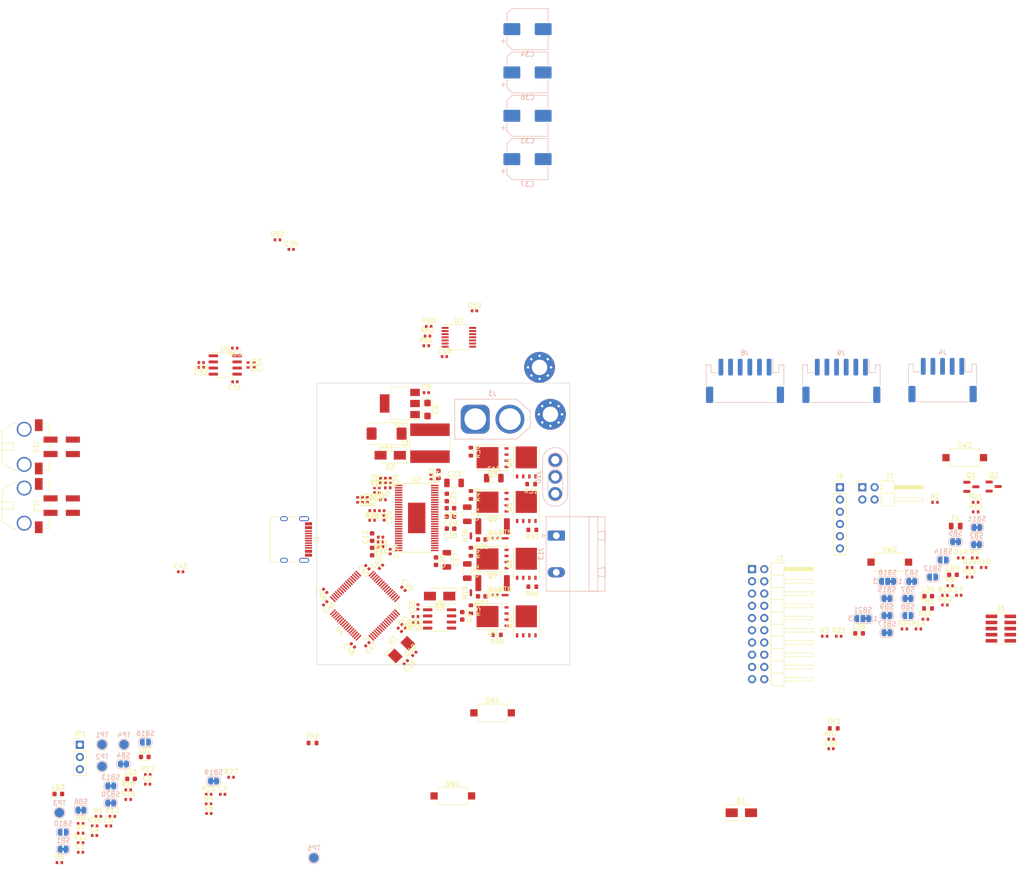
<source format=kicad_pcb>
(kicad_pcb (version 20211014) (generator pcbnew)
  (layers (0 "F.Cu" signal) (1 "In1.Cu" signal) (2 "In2.Cu" signal) (31 "B.Cu" signal) (34 "B.Paste" user) (35 "F.Paste" user) (36 "B.SilkS" user "B.Silkscreen") (37 "F.SilkS" user "F.Silkscreen") (38 "B.Mask" user) (39 "F.Mask" user) (44 "Edge.Cuts" user))
  (net 0 "")
  (net 1 "Net-(C1-Pad1)")
  (net 2 "GND")
  (net 3 "/POWER_TEMP")
  (net 4 "Net-(C3-Pad1)")
  (net 5 "Net-(C4-Pad1)")
  (net 6 "Net-(C5-Pad1)")
  (net 7 "/MCU/VBUS_S")
  (net 8 "Net-(C7-Pad1)")
  (net 9 "+5V")
  (net 10 "VCC")
  (net 11 "Net-(C10-Pad1)")
  (net 12 "Net-(C11-Pad1)")
  (net 13 "/MCU/M0_CUR_SENSE_1")
  (net 14 "Net-(C14-Pad2)")
  (net 15 "Vdrive")
  (net 16 "/MCU/M0_CUR_SENSE_2")
  (net 17 "Net-(C19-Pad1)")
  (net 18 "GATE_VDD")
  (net 19 "Net-(C18-Pad1)")
  (net 20 "Net-(C24-Pad1)")
  (net 21 "Net-(C25-Pad1)")
  (net 22 "Net-(C25-Pad2)")
  (net 23 "Net-(C24-Pad2)")
  (net 24 "/Motor Driver/SH_A")
  (net 25 "Net-(C26-Pad1)")
  (net 26 "/Motor Driver/SH_B")
  (net 27 "Net-(C28-Pad2)")
  (net 28 "/Motor Driver/SH_C")
  (net 29 "Net-(C29-Pad2)")
  (net 30 "Net-(C27-Pad1)")
  (net 31 "Net-(C30-Pad2)")
  (net 32 "/MCU/M0_TEMP")
  (net 33 "Net-(C39-Pad2)")
  (net 34 "Net-(C40-Pad2)")
  (net 35 "/MCU_~{RESET}")
  (net 36 "Net-(C46-Pad1)")
  (net 37 "Net-(C44-Pad1)")
  (net 38 "/CAN BUS/CAN_H")
  (net 39 "/CAN BUS/CAN_L")
  (net 40 "/Braking Circuit/TEMP_SENSE")
  (net 41 "Net-(D1-Pad1)")
  (net 42 "Net-(D1-Pad2)")
  (net 43 "VBUS")
  (net 44 "Net-(J1-PadA5)")
  (net 45 "Net-(J1-PadA6)")
  (net 46 "Net-(J1-PadA7)")
  (net 48 "Net-(J1-PadB5)")
  (net 50 "/PA0_CONN")
  (net 51 "/PA1_CONN")
  (net 52 "/PA2")
  (net 53 "/PA3")
  (net 54 "/PA7")
  (net 55 "/PA15_CONN")
  (net 56 "Net-(J4-Pad1)")
  (net 57 "/ENC_A")
  (net 58 "/ENC_B")
  (net 59 "/ENC_Z")
  (net 60 "/SWDIO")
  (net 61 "/SWCLK")
  (net 65 "Net-(J5-Pad9)")
  (net 67 "Net-(J8-Pad1)")
  (net 68 "/SPI_CLK")
  (net 69 "/SPI_MOSI")
  (net 70 "/SPI_MISO")
  (net 71 "/SPI_~{CS}_AS5047x")
  (net 72 "/AS5047x_A")
  (net 73 "/AS5047x_B")
  (net 74 "/AS5047x_I")
  (net 75 "/USER_Button1")
  (net 76 "/USER_Button2")
  (net 78 "Net-(LD1-Pad2)")
  (net 79 "Net-(LD2-Pad2)")
  (net 80 "Net-(LD3-Pad2)")
  (net 81 "Net-(LD4-Pad2)")
  (net 82 "Net-(LD5-Pad2)")
  (net 83 "Net-(LD6-Pad1)")
  (net 84 "Net-(LD6-Pad2)")
  (net 85 "Net-(Q1-Pad1)")
  (net 86 "Net-(Q1-Pad3)")
  (net 87 "Net-(Q2-Pad1)")
  (net 88 "Net-(Q2-Pad3)")
  (net 89 "Net-(Q3-Pad4)")
  (net 90 "Net-(Q4-Pad4)")
  (net 91 "Net-(Q5-Pad4)")
  (net 92 "/Motor Driver/SL_B")
  (net 93 "Net-(Q6-Pad4)")
  (net 94 "Net-(Q7-Pad4)")
  (net 95 "/Motor Driver/SL_C")
  (net 96 "Net-(Q8-Pad4)")
  (net 97 "Net-(Q9-Pad4)")
  (net 98 "Net-(Q10-Pad4)")
  (net 99 "Net-(R1-Pad1)")
  (net 100 "Net-(R2-Pad1)")
  (net 101 "/MCU_BOOT0")
  (net 102 "Net-(R5-Pad1)")
  (net 103 "Net-(R6-Pad1)")
  (net 104 "Net-(R7-Pad2)")
  (net 105 "Net-(R8-Pad2)")
  (net 106 "Net-(R13-Pad1)")
  (net 107 "/PA0")
  (net 108 "/USB_D-")
  (net 109 "/USB_D+")
  (net 110 "/PA1")
  (net 111 "/PA15")
  (net 112 "/PB2_CONN")
  (net 113 "/PB2")
  (net 114 "/PB3_CONN")
  (net 115 "/PB3")
  (net 116 "/Motor Driver/GH_A")
  (net 117 "/Motor Driver/GL_A")
  (net 118 "Net-(R33-Pad1)")
  (net 119 "/~{FAULT}")
  (net 120 "/EN_GATE")
  (net 121 "/~{OCTW}")
  (net 122 "Net-(C57-Pad1)")
  (net 123 "Net-(R38-Pad2)")
  (net 124 "Net-(R39-Pad2)")
  (net 125 "Net-(R40-Pad2)")
  (net 126 "/Motor Driver/PWRGD")
  (net 127 "/Motor Driver/GH_B")
  (net 128 "/Motor Driver/GL_B")
  (net 129 "/Motor Driver/GH_C")
  (net 130 "/Motor Driver/GL_C")
  (net 131 "/Motor Driver/V_SENSE")
  (net 132 "Net-(R53-Pad1)")
  (net 133 "/Braking Circuit/HI")
  (net 134 "/Braking Circuit/LI")
  (net 135 "Net-(R58-Pad2)")
  (net 136 "Net-(R59-Pad2)")
  (net 137 "/USER_LED2")
  (net 138 "/USER_LED1")
  (net 139 "/SPI_~{CS}_DRV8301")
  (net 140 "/MCU/M0_AH")
  (net 141 "/MCU/M0_AL")
  (net 142 "/MCU/M0_BH")
  (net 143 "/MCU/M0_BL")
  (net 144 "/MCU/M0_CH")
  (net 145 "/MCU/M0_CL")
  (net 147 "/PC4")
  (net 148 "/PB0")
  (net 149 "/PB1")
  (net 150 "/PC8")
  (net 151 "/CNA_RX")
  (net 152 "/CNA_TX")
  (net 153 "/Rotary Position Sensor/W{slash}PWM")
  (net 154 "/Rotary Position Sensor/V")
  (net 155 "/Rotary Position Sensor/U")
  (net 156 "Net-(C57-Pad2)")
  (net 157 "Net-(R34-Pad1)")
  (net 158 "/Motor Driver/SP1")
  (net 159 "/Motor Driver/SP2")
  (net 160 "/Motor Driver/SN1")
  (net 161 "/Motor Driver/SN2")
  (footprint "Capacitor_SMD:C_0402_1005Metric" (layer "F.Cu") (at 60.75 79.5 180)
    (fp_text reference "C18")
    (fp_text value "1uF")
  )
  (footprint "Resistor_SMD:R_0402_1005Metric" (layer "F.Cu") (at 62.24 69.26)
    (fp_text reference "R32")
    (fp_text value "47k")
  )
  (footprint "Capacitor_SMD:C_0402_1005Metric" (layer "F.Cu") (at 19.25 86.71)
    (fp_text reference "C42")
    (fp_text value "100nF")
  )
  (footprint "Package_TO_SOT_SMD:TDSON-8-1" (layer "F.Cu") (at 91 97 90)
    (fp_text reference "Q10")
    (fp_text value "CSD18540Q5B")
  )
  (footprint "Button_Switch_SMD:SW_SPST_CK_RS282G05A3" (layer "F.Cu") (at 84 116)
    (fp_text reference "SW4")
    (fp_text value "SW_Push")
  )
  (footprint "Connector_PinHeader_2.54mm:PinHeader_2x02_P2.54mm_Horizontal" (layer "F.Cu") (at 160.75 69.15)
    (fp_text reference "J7")
    (fp_text value "Conn_02x02_Odd_Even")
  )
  (footprint "Resistor_SMD:R_0603_1608Metric" (layer "F.Cu") (at 92 68.5 180)
    (fp_text reference "R31")
    (fp_text value "2.2R")
  )
  (footprint "Resistor_SMD:R_0402_1005Metric" (layer "F.Cu") (at 60.75 81.5 180)
    (fp_text reference "R34")
    (fp_text value "22R")
  )
  (footprint "Capacitor_SMD:C_0603_1608Metric" (layer "F.Cu") (at 72.25 84.5 -90)
    (fp_text reference "C20")
    (fp_text value "100nF/50V")
  )
  (footprint "Capacitor_SMD:C_0402_1005Metric" (layer "F.Cu") (at 61.5 75.5 -90)
    (fp_text reference "C24")
    (fp_text value "22nF")
  )
  (footprint "Capacitor_SMD:C_0402_1005Metric" (layer "F.Cu") (at 61 74.02 180)
    (fp_text reference "C16")
    (fp_text value "2.2uF")
  )
  (footprint "Resistor_SMD:R_0402_1005Metric" (layer "F.Cu") (at 184.27 74.26)
    (fp_text reference "R15")
    (fp_text value "330R")
  )
  (footprint "Resistor_SMD:R_0402_1005Metric" (layer "F.Cu") (at 60.75 80.5 180)
    (fp_text reference "R33")
    (fp_text value "22R")
  )
  (footprint "Capacitor_SMD:C_0402_1005Metric" (layer "F.Cu") (at 154.25 123.45)
    (fp_text reference "C56")
    (fp_text value "2.2uF")
  )
  (footprint "Crystal:Crystal_SMD_5032-2Pin_5.0x3.2mm" (layer "F.Cu") (at 65.09835 102.866116 45)
    (fp_text reference "U3")
    (fp_text value "8MHz")
  )
  (footprint "Package_SO:TSSOP-14_4.4x5mm_P0.65mm" (layer "F.Cu") (at 77 38)
    (fp_text reference "U7")
    (fp_text value "AS5047x")
  )
  (footprint "Resistor_SMD:R_2512_6332Metric" (layer "F.Cu") (at 84 77.25 180)
    (fp_text reference "R44")
    (fp_text value "0.5mΩ")
  )
  (footprint "Resistor_SMD:R_0603_1608Metric" (layer "F.Cu") (at 79.5 82.55 -90)
    (fp_text reference "R45")
    (fp_text value "2.2R")
  )
  (footprint "Capacitor_SMD:C_0402_1005Metric" (layer "F.Cu") (at 80.23 32.5)
    (fp_text reference "C59")
    (fp_text value "100nF")
  )
  (footprint "Resistor_SMD:R_0402_1005Metric" (layer "F.Cu") (at 172.39 98.57)
    (fp_text reference "R14")
    (fp_text value "3.3k")
  )
  (footprint "Package_TO_SOT_SMD:SOT-23" (layer "F.Cu") (at 188 69)
    (fp_text reference "Q2")
    (fp_text value "AO3413")
  )
  (footprint "Capacitor_SMD:C_0402_1005Metric" (layer "F.Cu") (at 67.75 103.75 45)
    (fp_text reference "C40")
    (fp_text value "20pF")
  )
  (footprint "Button_Switch_SMD:SW_SPST_CK_RS282G05A3" (layer "F.Cu") (at 182 63)
    (fp_text reference "SW3")
    (fp_text value "SW_Push")
  )
  (footprint "MountingHole:MountingHole_3.2mm_M3_Pad_Via" (layer "F.Cu") (at 96 54)
    (fp_text reference "H1" hide)
    (fp_text value "MountingHole_Pad" hide)
  )
  (footprint "Connector_PinHeader_2.54mm:PinHeader_1x06_P2.54mm_Vertical" (layer "F.Cu") (at 156.1 69.15)
    (fp_text reference "J6")
    (fp_text value "ST-LINK")
  )
  (footprint "Resistor_SMD:R_0402_1005Metric" (layer "F.Cu") (at 84.5 79.75)
    (fp_text reference "R47")
    (fp_text value "120R")
  )
  (footprint "Resistor_SMD:R_0402_1005Metric" (layer "F.Cu") (at 154.27 121.47)
    (fp_text reference "R57")
    (fp_text value "10k")
  )
  (footprint "Resistor_SMD:R_0603_1608Metric" (layer "F.Cu") (at 174.38 94.32)
    (fp_text reference "TH1")
    (fp_text value "NCP18XH103F03RB")
  )
  (footprint "Resistor_SMD:R_0603_1608Metric" (layer "F.Cu") (at 92.25 89.8 180)
    (fp_text reference "R46")
    (fp_text value "2.2R")
  )
  (footprint "Package_SO:SOIC-8_3.9x4.9mm_P1.27mm" (layer "F.Cu") (at 28.5 43.75)
    (fp_text reference "U5")
    (fp_text value "TJA1051T-3")
  )
  (footprint "Resistor_SMD:R_0402_1005Metric" (layer "F.Cu") (at 62.75 67.75 -90)
    (fp_text reference "R39")
    (fp_text value "220k 1%")
  )
  (footprint "Capacitor_SMD:C_0402_1005Metric" (layer "F.Cu") (at -1.53 144.96)
    (fp_text reference "C1")
    (fp_text value "82pF")
  )
  (footprint "Capacitor_SMD:C_0402_1005Metric" (layer "F.Cu") (at 62.75 82.5 -90)
    (fp_text reference "C19")
    (fp_text value "1uF")
  )
  (footprint "Resistor_SMD:R_0603_1608Metric" (layer "F.Cu") (at 79.5 61.75 -90)
    (fp_text reference "R30")
    (fp_text value "2.2R")
  )
  (footprint "Resistor_SMD:R_0603_1608Metric" (layer "F.Cu") (at 79.5 94.5 -90)
    (fp_text reference "R58")
    (fp_text value "2.2R")
  )
  (footprint "Capacitor_SMD:C_0402_1005Metric" (layer "F.Cu") (at 64.75 98.75 -45)
    (fp_text reference "C49")
    (fp_text value "100nF")
  )
  (footprint "Capacitor_SMD:C_0603_1608Metric" (layer "F.Cu") (at 74.5 71.27 -90)
    (fp_text reference "C25")
    (fp_text value "100nF/50V")
  )
  (footprint "LED_SMD:LED_0603_1608Metric" (layer "F.Cu") (at 179.56 87.32)
    (fp_text reference "LD4")
    (fp_text value "LED")
  )
  (footprint "LED_SMD:LED_0603_1608Metric" (layer "F.Cu") (at 160.07 99.49)
    (fp_text reference "LD6")
    (fp_text value "LED")
  )
  (footprint "Package_TO_SOT_SMD:TDSON-8-1" (layer "F.Cu") (at 84 72.25 180)
    (fp_text reference "Q5")
    (fp_text value "CSD18540Q5B")
  )
  (footprint "Capacitor_SMD:C_0603_1608Metric" (layer "F.Cu") (at 81.75 91.8 180)
    (fp_text reference "C27")
    (fp_text value "2.2nF")
  )
  (footprint "Capacitor_SMD:C_0402_1005Metric" (layer "F.Cu") (at 42.195 19.745)
    (fp_text reference "C35")
    (fp_text value "2.2uF")
  )
  (footprint "Resistor_SMD:R_0402_1005Metric" (layer "F.Cu") (at 12.42 128.83)
    (fp_text reference "R22")
    (fp_text value "3.3k")
  )
  (footprint "Package_SO:HTSSOP-56-1EP_6.1x14mm_P0.5mm_EP3.61x6.35mm" (layer "F.Cu") (at 68.25 75.52)
    (fp_text reference "U2")
    (fp_text value "DRV8301")
  )
  (footprint "Resistor_SMD:R_0402_1005Metric" (layer "F.Cu") (at 185.93 85.81)
    (fp_text reference "R10")
    (fp_text value "10k")
  )
  (footprint "Diode_SMD:D_SMA" (layer "F.Cu") (at 62.75 62.5 180)
    (fp_text reference "D2")
    (fp_text value "SS34")
  )
  (footprint "Resistor_SMD:R_0402_1005Metric" (layer "F.Cu") (at 173.83 96.57)
    (fp_text reference "R11")
    (fp_text value "5.1k")
  )
  (footprint "Resistor_SMD:R_0402_1005Metric" (layer "F.Cu") (at 59.99 70.26 180)
    (fp_text reference "R50")
    (fp_text value "18k")
  )
  (footprint "Capacitor_SMD:C_0402_1005Metric" (layer "F.Cu") (at 23.52 43.25 180)
    (fp_text reference "C53")
    (fp_text value "100nF")
  )
  (footprint "Capacitor_SMD:C_1206_3216Metric" (layer "F.Cu") (at 74.5 84.225 -90)
    (fp_text reference "C17")
    (fp_text value "4.7uF/50V")
  )
  (footprint "Package_QFP:LQFP-64_10x10mm_P0.5mm" (layer "F.Cu") (at 57.5 93.75 135)
    (fp_text reference "U4")
    (fp_text value "STM32F405RGTx")
  )
  (footprint "LED_SMD:LED_0603_1608Metric" (layer "F.Cu") (at 8.96 129.7)
    (fp_text reference "LD1")
    (fp_text value "LED")
  )
  (footprint "moco:Molex 43045-0406 Micro-Fit 3.0 2x02P" (layer "F.Cu") (at -13.22 72.96 -90)
    (fp_text reference "J12")
    (fp_text value "Conn_02x02_Top_Bottom")
  )
  (footprint "Capacitor_SMD:C_0402_1005Metric" (layer "F.Cu") (at 180.77 91.59)
    (fp_text reference "C7")
    (fp_text value "82pF")
  )
  (footprint "Resistor_SMD:R_0402_1005Metric" (layer "F.Cu") (at 58 71.76 -90)
    (fp_text reference "R35")
    (fp_text value "10k")
  )
  (footprint "Package_TO_SOT_SMD:TDSON-8-1" (layer "F.Cu") (at 91 64 90)
    (fp_text reference "Q4")
    (fp_text value "CSD18540Q5B")
  )
  (footprint "Package_TO_SOT_SMD:SOT-23" (layer "F.Cu") (at 183.37 69.05)
    (fp_text reference "Q1")
    (fp_text value "AO3413")
  )
  (footprint "Package_TO_SOT_SMD:TDSON-8-1" (layer "F.Cu") (at 84 63 180)
    (fp_text reference "Q3")
    (fp_text value "CSD18540Q5B")
  )
  (footprint "Resistor_SMD:R_0402_1005Metric" (layer "F.Cu") (at 178.97 89.61)
    (fp_text reference "R9")
    (fp_text value "10k")
  )
  (footprint "Resistor_SMD:R_0402_1005Metric" (layer "F.Cu") (at 175.83 72.27)
    (fp_text reference "R2")
    (fp_text value "10k")
  )
  (footprint "Resistor_SMD:R_0603_1608Metric" (layer "F.Cu") (at 154.82 119.22)
    (fp_text reference "TH3")
    (fp_text value "NCP18XH103F03RB")
  )
  (footprint "Resistor_SMD:R_0402_1005Metric" (layer "F.Cu") (at 8.37 131.99)
    (fp_text reference "R28")
    (fp_text value "3.3k")
  )
  (footprint "NetTie:NetTie-2_SMD_Pad0.5mm" (layer "F.Cu") (at 79.5 79.25 90)
    (fp_text reference "NT6")
    (fp_text value "NetTie_2")
  )
  (footprint "Capacitor_Tantalum_SMD:CP_EIA-7343-31_Kemet-D" (layer "F.Cu") (at 62 58 180)
    (fp_text reference "C31")
    (fp_text value "68uF")
  )
  (footprint "LED_SMD:LED_0603_1608Metric" (layer "F.Cu") (at 11.81 125.15)
    (fp_text reference "LD2")
    (fp_text value "LED")
  )
  (footprint "Resistor_SMD:R_0603_1608Metric" (layer "F.Cu") (at 92.25 78 180)
    (fp_text reference "R43")
    (fp_text value "2.2R")
  )
  (footprint "Capacitor_SMD:C_0402_1005Metric" (layer "F.Cu") (at 27.96 132.92)
    (fp_text reference "C3")
    (fp_text value "82pF")
  )
  (footprint "Resistor_SMD:R_0402_1005Metric" (layer "F.Cu") (at -5.92 147.1)
    (fp_text reference "R6")
    (fp_text value "1k")
  )
  (footprint "Capacitor_SMD:C_0402_1005Metric" (layer "F.Cu") (at 68.5 94 90)
    (fp_text reference "C55")
    (fp_text value "2.2uF")
  )
  (footprint "Capacitor_SMD:C_0402_1005Metric" (layer "F.Cu") (at 60.839411 85.660589 45)
    (fp_text reference "C44")
    (fp_text value "2.2uF/25V")
  )
  (footprint "Capacitor_SMD:C_0402_1005Metric" (layer "F.Cu") (at 55 102 135)
    (fp_text reference "C48")
    (fp_text value "100nF")
  )
  (footprint "Capacitor_SMD:C_0603_1608Metric" (layer "F.Cu") (at 75.25 73.5 180)
    (fp_text reference "C28")
    (fp_text value "100nF/50V")
  )
  (footprint "Package_TO_SOT_SMD:TDSON-8-1" (layer "F.Cu") (at 84 84.05 180)
    (fp_text reference "Q7")
    (fp_text value "CSD18540Q5B")
  )
  (footprint "Fuse:Fuse_0805_2012Metric" (layer "F.Cu") (at 180.13 77.2)
    (fp_text reference "F1")
    (fp_text value "500mA/6V")
  )
  (footprint "Capacitor_SMD:C_0402_1005Metric" (layer "F.Cu") (at 49.25 90.660589 135)
    (fp_text reference "C46")
    (fp_text value "2.2uF/25V")
  )
  (footprint "Resistor_SMD:R_0402_1005Metric" (layer "F.Cu") (at 70.74 35.75)
    (fp_text reference "R60")
    (fp_text value "10k")
  )
  (footprint "Resistor_SMD:R_0603_1608Metric" (layer "F.Cu") (at 46.63 122.26)
    (fp_text reference "TH2")
    (fp_text value "NCP18XH103F03RB")
  )
  (footprint "Capacitor_SMD:C_0402_1005Metric" (layer "F.Cu") (at 65.5 98 -45)
    (fp_text reference "C50")
    (fp_text value "1uF/25V")
  )
  (footprint "NetTie:NetTie-2_SMD_Pad0.5mm" (layer "F.Cu") (at 86.6 79.75)
    (fp_text reference "NT5")
    (fp_text value "NetTie_2")
  )
  (footprint "Resistor_SMD:R_0402_1005Metric" (layer "F.Cu") (at 184.27 72.27)
    (fp_text reference "R21")
    (fp_text value "3.3k")
  )
  (footprint "Capacitor_SMD:C_0603_1608Metric" (layer "F.Cu") (at 75.25 75.25 180)
    (fp_text reference "C29")
    (fp_text value "100nF/50V")
  )
  (footprint "Connector_PinHeader_2.54mm:PinHeader_2x10_P2.54mm_Horizontal" (layer "F.Cu") (at 137.85 86.15)
    (fp_text reference "J2")
    (fp_text value "Conn_02x10_Odd_Even")
  )
  (footprint "moco:Molex 43045-0406 Micro-Fit 3.0 2x02P" (layer "F.Cu") (at -13.22 60.75 -90)
    (fp_text reference "J11")
    (fp_text value "Conn_02x02_Top_Bottom")
  )
  (footprint "Capacitor_SMD:C_0402_1005Metric" (layer "F.Cu") (at 74 42)
    (fp_text reference "C58")
    (fp_text value "1uF")
  )
  (footprint "Connector_USB:USB_C_Receptacle_HRO_TYPE-C-31-M-12" (layer "F.Cu") (at 41.75 80 -90)
    (fp_text reference "J1")
    (fp_text value "USB_C_Receptacle_USB2.0")
  )
  (footprint "Capacitor_SMD:C_0402_1005Metric" (layer "F.Cu") (at 4.29 139.48)
    (fp_text reference "C5")
    (fp_text value "82pF")
  )
  (footprint "Resistor_SMD:R_0402_1005Metric" (layer "F.Cu") (at 29.72 129.38)
    (fp_text reference "R27")
    (fp_text value "3.3k")
  )
  (footprint "Package_TO_SOT_SMD:TDSON-8-1" (layer "F.Cu") (at 91 73.25 90)
    (fp_text reference "Q6")
    (fp_text value "CSD18540Q5B")
  )
  (footprint "Resistor_SMD:R_0402_1005Metric" (layer "F.Cu") (at 39.345 17.765)
    (fp_text reference "R52")
    (fp_text value "10k")
  )
  (footprint "Package_TO_SOT_SMD:TDSON-8-1" (layer "F.Cu") (at 91 85.05 90)
    (fp_text reference "Q8")
    (fp_text value "CSD18540Q5B")
  )
  (footprint "Capacitor_SMD:C_0402_1005Metric" (layer "F.Cu") (at 70.247976 49.5)
    (fp_text reference "C8")
    (fp_text value "10uF")
  )
  (footprint "Capacitor_SMD:C_0603_1608Metric" (layer "F.Cu") (at 59 82.5 -90)
    (fp_text reference "C13")
    (fp_text value "2.2nF")
  )
  (footprint "Resistor_SMD:R_0402_1005Metric" (layer "F.Cu") (at 152.93 100.09)
    (fp_text reference "R3")
    (fp_text value "10k")
  )
  (footprint "Resistor_SMD:R_0402_1005Metric" (layer "F.Cu") (at 169.48 98.57)
    (fp_text reference "R24")
    (fp_text value "1k")
  )
  (footprint "Connector_PinHeader_1.27mm:PinHeader_2x05_P1.27mm_Vertical_SMD" (layer "F.Cu") (at 189.5 98.5)
    (fp_text reference "J5")
    (fp_text value "SWD 10-Pin")
  )
  (footprint "Capacitor_SMD:C_0402_1005Metric" (layer "F.Cu") (at 23.52 44.25 180)
    (fp_text reference "C52")
    (fp_text value "47uF")
  )
  (footprint "Capacitor_SMD:C_0603_1608Metric" (layer "F.Cu") (at 77.7 95.85 -90)
    (fp_text reference "C57")
    (fp_text value "100nF/50V")
  )
  (footprint "Resistor_SMD:R_0402_1005Metric" (layer "F.Cu") (at 70.24 39.75)
    (fp_text reference "R61")
    (fp_text value "10k")
  )
  (footprint "Capacitor_SMD:C_1206_3216Metric" (layer "F.Cu") (at 76 68.25)
    (fp_text reference "C23")
    (fp_text value "4.7uF/50V")
  )
  (footprint "Capacitor_SMD:C_1206_3216Metric" (layer "F.Cu") (at 78.75 86.55 -90)
    (fp_text reference "C32")
    (fp_text value "2.2uF/100V")
  )
  (footprint "Diode_SMD:D_SMA" (layer "F.Cu") (at 73 91.75 180)
    (fp_text reference "D3")
    (fp_text value "SS34")
  )
  (footprint "Resistor_SMD:R_0402_1005Metric" (layer "F.Cu") (at 59.01 74 180)
    (fp_text reference "R38")
    (fp_text value "3.3k")
  )
  (footprint "Capacitor_SMD:C_0402_1005Metric" (layer "F.Cu") (at 65.996376 105.503624 -135)
    (fp_text reference "C39")
    (fp_text value "20pF")
  )
  (footprint "MountingHole:MountingHole_3.2mm_M3_Pad_Via" (layer "F.Cu") (at 93.75 44.25)
    (fp_text reference "H2" hide)
    (fp_text value "MountingHole_Pad" hide)
  )
  (footprint "Resistor_SMD:R_2512_6332Metric" (layer "F.Cu") (at 84 89.05 180)
    (fp_text reference "R49")
    (fp_text value "0.5mΩ")
  )
  (footprint "Package_TO_SOT_SMD:SOT-223-3_TabPin2" (layer "F.Cu") (at 64.747976 51.75 180)
    (fp_text reference "U1")
    (fp_text value "AMS1117-3.3")
  )
  (footprint "Button_Switch_SMD:SW_SPST_CK_RS282G05A3" (layer "F.Cu") (at 166.44 84.7)
    (fp_text reference "SW2")
    (fp_text value "SW_Push")
  )
  (footprint "Capacitor_SMD:C_0603_1608Metric" (layer "F.Cu") (at 75.275 77.75 180)
    (fp_text reference "C30")
    (fp_text value "100nF/50V")
  )
  (footprint "LED_SMD:LED_0603_1608Metric" (layer "F.Cu") (at 174.42 91.77)
    (fp_text reference "LD5")
    (fp_text value "LED")
  )
  (footprint "Resistor_SMD:R_0402_1005Metric" (layer "F.Cu") (at 33.25 43.75 -90)
    (fp_text reference "R54")
    (fp_text value "120R")
  )
  (footprint "Capacitor_SMD:C_0402_1005Metric" (layer "F.Cu") (at 30.52 47.25 180)
    (fp_text reference "C51")
    (fp_text value "100nF")
  )
  (footprint "Resistor_SMD:R_0402_1005Metric" (layer "F.Cu") (at 61.26 71.75)
    (fp_text reference "R40")
    (fp_text value "18k")
  )
  (footprint "Capacitor_SMD:C_0402_1005Metric" (layer "F.Cu") (at 49.25 93.25 -135)
    (fp_text reference "C41")
    (fp_text value "100nF")
  )
  (footprint "Resistor_SMD:R_0402_1005Metric" (layer "F.Cu") (at 59.99 69.26)
    (fp_text reference "R51")
    (fp_text value "3.3k")
  )
  (footprint "Diode_SMD:D_SMA" (layer "F.Cu") (at 135.642 136.744)
    (fp_text reference "D1")
    (fp_text value "SS34")
  )
  (footprint "MountingHole:MountingHole_3.2mm_M3_ISO14580" (layer "F.Cu") (at 54 54)
    (fp_text reference "H3" hide)
    (fp_text value "MountingHole" hide)
  )
  (footprint "Resistor_SMD:R_0402_1005Metric" (layer "F.Cu") (at -1.51 142.98)
    (fp_text reference "R12")
    (fp_text value "5.1k")
  )
  (footprint "Capacitor_SMD:C_0603_1608Metric" (layer "F.Cu") (at 81.76 80 180)
    (fp_text reference "C26")
    (fp_text value "2.2nF")
  )
  (footprint "Capacitor_SMD:C_0402_1005Metric" (layer "F.Cu") (at 25.11 136.9)
    (fp_text reference "C6")
    (fp_text value "270pF")
  )
  (footprint "Resistor_SMD:R_0402_1005Metric" (layer "F.Cu") (at 84.51 91.55)
    (fp_text reference "R48")
    (fp_text value "120R")
  )
  (footprint "NetTie:NetTie-2_SMD_Pad0.5mm" (layer "F.Cu") (at 79.5 91.05 90)
    (fp_text reference "NT9")
    (fp_text value "NetTie_2")
  )
  (footprint "Resistor_SMD:R_0402_1005Metric" (layer "F.Cu") (at 57 71.75 -90)
    (fp_text reference "R37")
    (fp_text value "10k")
  )
  (footprint "Resistor_SMD:R_0402_1005Metric" (layer "F.Cu") (at 1.4 139.49)
    (fp_text reference "R26")
    (fp_text value "3.3k")
  )
  (footprint "Capacitor_Tantalum_SMD:CP_EIA-3216-18_Kemet-A" (layer "F.Cu") (at 70.497976 53 -90)
    (fp_text reference "C9")
    (fp_text value "10uF")
  )
  (footprint "Resistor_SMD:R_0402_1005Metric" (layer "F.Cu") (at -1.51 140.99)
    (fp_text reference "R7")
    (fp_text value "150R")
  )
  (footprint "Resistor_SMD:R_0603_1608Metric" (layer "F.Cu") (at 84.9 99.8 180)
    (fp_text reference "R59")
    (fp_text value "2.2R")
  )
  (footprint "Capacitor_SMD:C_0402_1005Metric" (layer "F.Cu") (at 1.38 141.47)
    (fp_text reference "C4")
    (fp_text value "82pF")
  )
  (footprint "Capacitor_SMD:C_0402_1005Metric" (layer "F.Cu") (at 71.25 67 -90)
    (fp_text reference "C14")
    (fp_text value "15nF")
  )
  (footprint "Package_SO:SOIC-8_3.9x4.9mm_P1.27mm" (layer "F.Cu") (at 73 96.5)
    (fp_text reference "U6")
    (fp_text value "LM5109A")
  )
  (footprint "Resistor_SMD:R_0402_1005Metric" (layer "F.Cu") (at 68 96 180)
    (fp_text reference "R55")
    (fp_text value "3.3k")
  )
  (footprint "Resistor_SMD:R_0402_1005Metric" (layer "F.Cu") (at 25.07 134.92)
    (fp_text reference "R4")
    (fp_text value "10k")
  )
  (footprint "Resistor_SMD:R_0402_1005Metric" (layer "F.Cu") (at 177.88 91.6)
    (fp_text reference "R13")
    (fp_text value "1k")
  )
  (footprint "Capacitor_SMD:C_0402_1005Metric" (layer "F.Cu") (at 58 85.75 135)
    (fp_text reference "C43")
    (fp_text value "100nF")
  )
  (footprint "Capacitor_SMD:C_0402_1005Metric" (layer "F.Cu") (at 12.4 130.81)
    (fp_text reference "C2")
    (fp_text value "2.2uF")
  )
  (footprint "Resistor_SMD:R_0402_1005Metric" (layer "F.Cu") (at 183.02 85.81)
    (fp_text reference "R29")
    (fp_text value "1k")
  )
  (footprint "Resistor_SMD:R_0402_1005Metric" (layer "F.Cu") (at 58.99 76)
    (fp_text reference "R36")
    (fp_text value "1k")
  )
  (footprint "Button_Switch_SMD:SW_SPST_CK_RS282G05A3" (layer "F.Cu") (at 75.75 133.25)
    (fp_text reference "SW1")
    (fp_text value "SW_Push")
  )
  (footprint "Connector_PinHeader_2.54mm:PinHeader_1x03_P2.54mm_Vertical" (layer "F.Cu") (at -1.66 122.63)
    (fp_text reference "JP1")
    (fp_text value "Jumper_3_Open")
  )
  (footprint "Resistor_SMD:R_0402_1005Metric" (layer "F.Cu") (at 183.02 87.8)
    (fp_text reference "R16")
    (fp_text value "330R")
  )
  (footprint "Resistor_SMD:R_0603_1608Metric" (layer "F.Cu") (at 79.5 70.75 -90)
    (fp_text reference "R42")
    (fp_text value "2.2R")
  )
  (footprint "Resistor_SMD:R_0402_1005Metric" (layer "F.Cu") (at 30.49 40.25 180)
    (fp_text reference "R53")
    (fp_text value "10k")
  )
  (footprint "Capacitor_SMD:C_0402_1005Metric" (layer "F.Cu") (at 34.5 43.73 -90)
    (fp_text reference "C54")
    (fp_text value "100pF")
  )
  (footprint "Capacitor_SMD:C_0402_1005Metric" (layer "F.Cu") (at 65.5 90.25 -45)
    (fp_text reference "C45")
    (fp_text value "100nF")
  )
  (footprint "Resistor_SMD:R_0402_1005Metric" (layer "F.Cu") (at 184.08 83.82)
    (fp_text reference "R5")
    (fp_text value "1k")
  )
  (footprint "Resistor_SMD:R_0402_1005Metric" (layer "F.Cu") (at 25.07 132.93)
    (fp_text reference "R25")
    (fp_text value "3.3k")
  )
  (footprint "Resistor_SMD:R_0402_1005Metric" (layer "F.Cu") (at 70.49 37.75)
    (fp_text reference "R62")
    (fp_text value "10k")
  )
  (footprint "MountingHole:MountingHole_3.2mm_M3_ISO14580" (layer "F.Cu") (at 54.25 45.5)
    (fp_text reference "H4" hide)
    (fp_text value "MountingHole" hide)
  )
  (footprint "Resistor_SMD:R_0402_1005Metric" (layer "F.Cu") (at 8.37 133.98)
    (fp_text reference "R18")
    (fp_text value "22R")
  )
  (footprint "Resistor_SMD:R_0402_1005Metric" (layer "F.Cu") (at 56 71.76 -90)
    (fp_text reference "R41")
    (fp_text value "10k")
  )
  (footprint "Capacitor_SMD:C_1206_3216Metric" (layer "F.Cu") (at 78.75 74.75 -90)
    (fp_text reference "C21")
    (fp_text value "2.2uF/100V")
  )
  (footprint "Capacitor_SMD:C_0402_1005Metric" (layer "F.Cu") (at 58 101.75 -135)
    (fp_text reference "C47")
    (fp_text value "100nF")
  )
  (footprint "Resistor_SMD:R_0402_1005Metric" (layer "F.Cu") (at 177.88 93.59)
    (fp_text reference "R20")
    (fp_text value "10k")
  )
  (footprint "Resistor_SMD:R_0402_1005Metric" (layer "F.Cu") (at -1.51 139)
    (fp_text reference "R8")
    (fp_text value "150R")
  )
  (footprint "Capacitor_SMD:C_0402_1005Metric" (layer "F.Cu") (at 60.75 67.77 90)
    (fp_text reference "C10")
    (fp_text value "270pF")
  )
  (footprint "Resistor_SMD:R_0402_1005Metric" (layer "F.Cu") (at 68 97.25 180)
    (fp_text reference "R56")
    (fp_text value "3.3k")
  )
  (footprint "Package_TO_SOT_SMD:TDSON-8-1" (layer "F.Cu") (at 84 96 180)
    (fp_text reference "Q9")
    (fp_text value "CSD18540Q5B")
  )
  (footprint "Resistor_SMD:R_0402_1005Metric" (layer "F.Cu") (at 5.08 137.5)
    (fp_text reference "R17")
    (fp_text value "22R")
  )
  (footprint "Capacitor_SMD:C_0603_1608Metric" (layer "F.Cu") (at 72.75 66.5 90)
    (fp_text reference "C22")
    (fp_text value "100nF/50V")
  )
  (footprint "Capacitor_SMD:C_0603_1608Metric" (layer "F.Cu") (at 59 79.5 90)
    (fp_text reference "C12")
    (fp_text value "2.2nF")
  )
  (footprint "Inductor_SMD:L_Bourns-SRN8040_8x8.15mm" (layer "F.Cu") (at 71 60 90)
    (fp_text reference "L1")
    (fp_text value "22uH/1.5A")
  )
  (footprint "Capacitor_SMD:C_1206_3216Metric" (layer "F.Cu") (at 84.25 67.25)
    (fp_text reference "C15")
    (fp_text value "2.2uF/100V")
  )
  (footprint "Capacitor_SMD:C_0402_1005Metric" (layer "F.Cu") (at 61.75 67.75 90)
    (fp_text reference "C11")
    (fp_text value "82pF")
  )
  (footprint "NetTie:NetTie-2_SMD_Pad0.5mm" (layer "F.Cu") (at 86.6 91.55)
    (fp_text reference "NT8")
    (fp_text value "NetTie_2")
  )
  (footprint "Resistor_SMD:R_0402_1005Metric" (layer "F.Cu") (at 155.84 100.09)
    (fp_text reference "R23")
    (fp_text value "10k")
  )
  (footprint "Resistor_SMD:R_0402_1005Metric" (layer "F.Cu") (at 181.17 83.82)
    (fp_text reference "R19")
    (fp_text value "3.3k")
  )
  (footprint "LED_SMD:LED_0603_1608Metric" (layer "F.Cu") (at -6.14 132.85)
    (fp_text reference "LD3")
    (fp_text value "LED")
  )
  (footprint "Resistor_SMD:R_0402_1005Metric" (layer "F.Cu") (at 2.17 137.5)
    (fp_text reference "R1")
    (fp_text value "10k")
  )
  (footprint "Jumper:SolderJumper-2_P1.3mm_Bridged_RoundedPad1.0x1.5mm" (layer "B.Cu") (at -5.14 144.33 180)
    (fp_text reference "SB1")
    (fp_text value "SolderJumper_2_Bridged")
  )
  (footprint "Jumper:SolderJumper-2_P1.3mm_Bridged_RoundedPad1.0x1.5mm" (layer "B.Cu") (at 180.1 80.45 180)
    (fp_text reference "SB5")
    (fp_text value "SolderJumper_2_Bridged")
  )
  (footprint "Connector_Phoenix_GMSTB:PhoenixContact_GMSTBA_2,5_2-G-7,62_1x02_P7.62mm_Horizontal" (layer "B.Cu") (at 97.2225 79.19 -90)
    (fp_text reference "J13")
    (fp_text value "Conn_01x02")
  )
  (footprint "Jumper:SolderJumper-2_P1.3mm_Bridged_RoundedPad1.0x1.5mm" (layer "B.Cu") (at 165.85 99.35 180)
    (fp_text reference "SB17")
    (fp_text value "SolderJumper_2_Bridged")
  )
  (footprint "Jumper:SolderJumper-2_P1.3mm_Open_RoundedPad1.0x1.5mm" (layer "B.Cu") (at 177.54 84.25 180)
    (fp_text reference "SB14")
    (fp_text value "SolderJumper_2_Open")
  )
  (footprint "Jumper:SolderJumper-3_P1.3mm_Bridged12_RoundedPad1.0x1.5mm_NumberLabels" (layer "B.Cu") (at 165.99 88.7 180)
    (fp_text reference "SB18")
    (fp_text value "SolderJumper_3_Bridged12")
  )
  (footprint "Jumper:SolderJumper-2_P1.3mm_Bridged_RoundedPad1.0x1.5mm" (layer "B.Cu") (at 4.74 131.18 180)
    (fp_text reference "SB13")
    (fp_text value "SolderJumper_2_Bridged")
  )
  (footprint "Capacitor_SMD:CP_Elec_8x10" (layer "B.Cu") (at 91.25 -8)
    (fp_text reference "C33")
    (fp_text value "47uF/63V")
  )
  (footprint "Capacitor_SMD:CP_Elec_8x10" (layer "B.Cu") (at 91.25 1)
    (fp_text reference "C37")
    (fp_text value "47uF/63V")
  )
  (footprint "Jumper:SolderJumper-2_P1.3mm_Open_RoundedPad1.0x1.5mm" (layer "B.Cu") (at 175.34 87.8 180)
    (fp_text reference "SB12")
    (fp_text value "SolderJumper_2_Open")
  )
  (footprint "TestPoint:TestPoint_Pad_D2.0mm" (layer "B.Cu") (at 7.49 122.58 180)
    (fp_text reference "TP4")
    (fp_text value "TestPoint")
  )
  (footprint "Jumper:SolderJumper-2_P1.3mm_Bridged_RoundedPad1.0x1.5mm" (layer "B.Cu") (at 165.85 92.25 180)
    (fp_text reference "SB15")
    (fp_text value "SolderJumper_2_Bridged")
  )
  (footprint "Capacitor_SMD:CP_Elec_8x10" (layer "B.Cu") (at 91.25 -26)
    (fp_text reference "C34")
    (fp_text value "47uF/63V")
  )
  (footprint "Jumper:SolderJumper-2_P1.3mm_Open_RoundedPad1.0x1.5mm" (layer "B.Cu") (at 11.94 122.08 180)
    (fp_text reference "SB16")
    (fp_text value "SolderJumper_2_Open")
  )
  (footprint "Jumper:SolderJumper-2_P1.3mm_Bridged_RoundedPad1.0x1.5mm" (layer "B.Cu") (at 4.74 134.73 180)
    (fp_text reference "SB20")
    (fp_text value "SolderJumper_2_Bridged")
  )
  (footprint "Connector_JST:JST_PH_S6B-PH-SM4-TB_1x06-1MP_P2.00mm_Horizontal" (layer "B.Cu") (at 156.392 47.044 180)
    (fp_text reference "J9")
    (fp_text value "Conn_01x06")
  )
  (footprint "Jumper:SolderJumper-2_P1.3mm_Bridged_RoundedPad1.0x1.5mm" (layer "B.Cu") (at 170.2 92.25 180)
    (fp_text reference "SB7")
    (fp_text value "SolderJumper_2_Bridged")
  )
  (footprint "Jumper:SolderJumper-3_P1.3mm_Bridged12_RoundedPad1.0x1.5mm_NumberLabels" (layer "B.Cu") (at 160.85 96.42 180)
    (fp_text reference "SB21")
    (fp_text value "SolderJumper_3_Bridged12")
  )
  (footprint "Connector_JST:JST_PH_S5B-PH-SM4-TB_1x05-1MP_P2.00mm_Horizontal" (layer "B.Cu") (at 177.392 46.894 180)
    (fp_text reference "J4")
    (fp_text value "Conn_01x05")
  )
  (footprint "moco:AMASS MR30PB-F" (layer "B.Cu") (at 97 67 -90)
    (fp_text reference "J10")
    (fp_text value "Conn_01x03")
  )
  (footprint "Jumper:SolderJumper-2_P1.3mm_Bridged_RoundedPad1.0x1.5mm" (layer "B.Cu") (at 165.85 95.8 180)
    (fp_text reference "SB9")
    (fp_text value "SolderJumper_2_Bridged")
  )
  (footprint "Capacitor_SMD:CP_Elec_8x10" (layer "B.Cu") (at 91.25 -17)
    (fp_text reference "C36")
    (fp_text value "47uF/63V")
  )
  (footprint "Jumper:SolderJumper-2_P1.3mm_Bridged_RoundedPad1.0x1.5mm" (layer "B.Cu") (at 170.99 88.7 180)
    (fp_text reference "SB3")
    (fp_text value "SolderJumper_2_Bridged")
  )
  (footprint "Jumper:SolderJumper-2_P1.3mm_Bridged_RoundedPad1.0x1.5mm" (layer "B.Cu") (at -1.46 136.23 180)
    (fp_text reference "SB6")
    (fp_text value "SolderJumper_2_Bridged")
  )
  (footprint "Jumper:SolderJumper-2_P1.3mm_Bridged_RoundedPad1.0x1.5mm" (layer "B.Cu") (at 184.51 77.5 180)
    (fp_text reference "SB11")
    (fp_text value "SolderJumper_2_Bridged")
  )
  (footprint "TestPoint:TestPoint_Pad_D2.0mm" (layer "B.Cu") (at 2.94 127.13 180)
    (fp_text reference "TP2")
    (fp_text value "TestPoint_Small")
  )
  (footprint "Jumper:SolderJumper-2_P1.3mm_Open_RoundedPad1.0x1.5mm" (layer "B.Cu") (at 170.2 95.8 180)
    (fp_text reference "SB8")
    (fp_text value "SolderJumper_2_Open")
  )
  (footprint "Jumper:SolderJumper-2_P1.3mm_Bridged_RoundedPad1.0x1.5mm" (layer "B.Cu") (at 7.39 126.63 180)
    (fp_text reference "SB4")
    (fp_text value "SolderJumper_2_Bridged")
  )
  (footprint "Connector_JST:JST_PH_S6B-PH-SM4-TB_1x06-1MP_P2.00mm_Horizontal" (layer "B.Cu") (at 136.392 47.044 180)
    (fp_text reference "J8")
    (fp_text value "Conn_01x06")
  )
  (footprint "Jumper:SolderJumper-2_P1.3mm_Bridged_RoundedPad1.0x1.5mm" (layer "B.Cu") (at 184.45 81.05 180)
    (fp_text reference "SB2")
    (fp_text value "SolderJumper_2_Bridged")
  )
  (footprint "TestPoint:TestPoint_Pad_D2.0mm" (layer "B.Cu") (at 2.94 122.58 180)
    (fp_text reference "TP1")
    (fp_text value "TestPoint_Small")
  )
  (footprint "TestPoint:TestPoint_Pad_D2.0mm" (layer "B.Cu") (at -5.91 136.73 180)
    (fp_text reference "TP3")
    (fp_text value "TestPoint")
  )
  (footprint "TestPoint:TestPoint_Pad_D2.0mm" (layer "B.Cu") (at 46.9 146.13 180)
    (fp_text reference "TP5")
    (fp_text value "TestPoint")
  )
  (footprint "Jumper:SolderJumper-2_P1.3mm_Open_RoundedPad1.0x1.5mm" (layer "B.Cu") (at -5.14 140.78 180)
    (fp_text reference "SB10")
    (fp_text value "SolderJumper_2_Open")
  )
  (footprint "Connector_AMASS:AMASS_XT60-F_1x02_P7.20mm_Vertical" (layer "B.Cu") (at 87.6 55 180)
    (fp_text reference "J3")
    (fp_text value "Conn_01x02")
  )
  (footprint "Jumper:SolderJumper-2_P1.3mm_Bridged_RoundedPad1.0x1.5mm" (layer "B.Cu") (at 26.09 130.16 180)
    (fp_text reference "SB19")
    (fp_text value "SolderJumper_2_Bridged")
  )
  (gr_rect (start 47.5 47.5) (end 100 106) (layer "Edge.Cuts") (width 0.1) (fill none))
)
</source>
